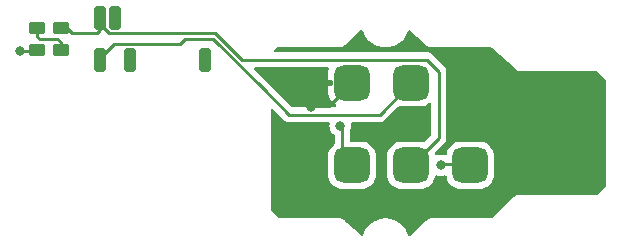
<source format=gtl>
%TF.GenerationSoftware,KiCad,Pcbnew,(6.0.1)*%
%TF.CreationDate,2022-03-08T01:07:32-07:00*%
%TF.ProjectId,MShaw_PICO_4gbNandExtensionQSB_V2.5,4d536861-775f-4504-9943-4f5f3467624e,rev?*%
%TF.SameCoordinates,Original*%
%TF.FileFunction,Copper,L1,Top*%
%TF.FilePolarity,Positive*%
%FSLAX46Y46*%
G04 Gerber Fmt 4.6, Leading zero omitted, Abs format (unit mm)*
G04 Created by KiCad (PCBNEW (6.0.1)) date 2022-03-08 01:07:32*
%MOMM*%
%LPD*%
G01*
G04 APERTURE LIST*
G04 Aperture macros list*
%AMRoundRect*
0 Rectangle with rounded corners*
0 $1 Rounding radius*
0 $2 $3 $4 $5 $6 $7 $8 $9 X,Y pos of 4 corners*
0 Add a 4 corners polygon primitive as box body*
4,1,4,$2,$3,$4,$5,$6,$7,$8,$9,$2,$3,0*
0 Add four circle primitives for the rounded corners*
1,1,$1+$1,$2,$3*
1,1,$1+$1,$4,$5*
1,1,$1+$1,$6,$7*
1,1,$1+$1,$8,$9*
0 Add four rect primitives between the rounded corners*
20,1,$1+$1,$2,$3,$4,$5,0*
20,1,$1+$1,$4,$5,$6,$7,0*
20,1,$1+$1,$6,$7,$8,$9,0*
20,1,$1+$1,$8,$9,$2,$3,0*%
G04 Aperture macros list end*
%TA.AperFunction,SMDPad,CuDef*%
%ADD10RoundRect,0.250000X0.450000X-0.262500X0.450000X0.262500X-0.450000X0.262500X-0.450000X-0.262500X0*%
%TD*%
%TA.AperFunction,ComponentPad*%
%ADD11RoundRect,0.250000X0.250000X-0.750000X0.250000X0.750000X-0.250000X0.750000X-0.250000X-0.750000X0*%
%TD*%
%TA.AperFunction,SMDPad,CuDef*%
%ADD12RoundRect,0.750000X0.750000X-0.750000X0.750000X0.750000X-0.750000X0.750000X-0.750000X-0.750000X0*%
%TD*%
%TA.AperFunction,ViaPad*%
%ADD13C,0.800000*%
%TD*%
%TA.AperFunction,Conductor*%
%ADD14C,0.250000*%
%TD*%
G04 APERTURE END LIST*
D10*
%TO.P,R1,1*%
%TO.N,Net-(D1-Pad2)*%
X128260000Y-98212500D03*
%TO.P,R1,2*%
%TO.N,+5V*%
X128260000Y-96387500D03*
%TD*%
D11*
%TO.P,J3,1,Pin_1*%
%TO.N,+5V*%
X131570000Y-95500000D03*
%TO.P,J3,2,Pin_2*%
%TO.N,Net-(J2-Pad3)*%
X132840000Y-95500000D03*
%TD*%
D12*
%TO.P,J4,3,Pin_3*%
%TO.N,Net-(J2-Pad3)*%
X152910000Y-108000000D03*
%TO.P,J4,4,Pin_4*%
%TO.N,GND*%
X152910000Y-101000000D03*
%TO.P,J4,5,Pin_5*%
%TO.N,+5V*%
X157910000Y-108000000D03*
%TO.P,J4,6,Pin_6*%
%TO.N,Net-(J1-Pad1)*%
X157910000Y-101000000D03*
%TO.P,J4,7,Pin_7*%
%TO.N,Net-(J1-Pad8)*%
X162910000Y-108000000D03*
%TD*%
D10*
%TO.P,D1,1,K*%
%TO.N,GND*%
X126260000Y-98212500D03*
%TO.P,D1,2,A*%
%TO.N,Net-(D1-Pad2)*%
X126260000Y-96387500D03*
%TD*%
D11*
%TO.P,J1,1,Pin_1*%
%TO.N,Net-(J1-Pad1)*%
X131570000Y-99050000D03*
%TO.P,J1,3,Pin_3*%
%TO.N,GND*%
X134110000Y-99050000D03*
%TO.P,J1,8,Pin_8*%
%TO.N,Net-(J1-Pad8)*%
X140460000Y-99050000D03*
%TD*%
D13*
%TO.N,GND*%
X149750000Y-109250000D03*
X124760000Y-98300000D03*
X167290000Y-109210000D03*
X157850000Y-97170000D03*
X163500000Y-99500000D03*
X149450000Y-103070000D03*
X155350000Y-105420000D03*
%TO.N,Net-(J2-Pad3)*%
X151910000Y-104640000D03*
%TO.N,Net-(J1-Pad8)*%
X160410000Y-108000000D03*
%TD*%
D14*
%TO.N,+5V*%
X131570000Y-96540000D02*
X131570000Y-96042494D01*
X128760000Y-96387500D02*
X129172500Y-96800000D01*
X159265080Y-99055480D02*
X160270000Y-100060400D01*
X143561916Y-99055480D02*
X159265080Y-99055480D01*
X132353946Y-96826440D02*
X141332875Y-96826440D01*
X131570000Y-96042494D02*
X132353946Y-96826440D01*
X129172500Y-96800000D02*
X131310000Y-96800000D01*
X160270000Y-105680000D02*
X158070000Y-107880000D01*
X141332875Y-96826440D02*
X143561916Y-99055480D01*
X160270000Y-100060400D02*
X160270000Y-105680000D01*
X131310000Y-96800000D02*
X131570000Y-96540000D01*
%TO.N,GND*%
X124760000Y-98300000D02*
X126172500Y-98300000D01*
X151000000Y-102950000D02*
X149610000Y-102950000D01*
X126172500Y-98300000D02*
X126260000Y-98212500D01*
X153070000Y-100880000D02*
X151000000Y-102950000D01*
%TO.N,Net-(J2-Pad3)*%
X152070000Y-106880000D02*
X152070000Y-104520000D01*
X153070000Y-107880000D02*
X152070000Y-106880000D01*
%TO.N,Net-(J1-Pad8)*%
X160570000Y-107880000D02*
X163070000Y-107880000D01*
%TO.N,Net-(J1-Pad1)*%
X158070000Y-100880000D02*
X155250000Y-103700000D01*
X132769500Y-97725480D02*
X131570000Y-98924980D01*
X147565718Y-103700000D02*
X145352859Y-101487141D01*
X145352859Y-101482141D02*
X141146678Y-97275960D01*
X155250000Y-103700000D02*
X147565718Y-103700000D01*
X141146678Y-97275960D02*
X138784040Y-97275960D01*
X138334520Y-97725480D02*
X132769500Y-97725480D01*
X145352859Y-101487141D02*
X145352859Y-101482141D01*
X138784040Y-97275960D02*
X138334520Y-97725480D01*
%TO.N,Net-(D1-Pad2)*%
X126460000Y-97300000D02*
X126260000Y-97100000D01*
X128260000Y-98212500D02*
X128260000Y-97600000D01*
X127960000Y-97300000D02*
X126460000Y-97300000D01*
X126260000Y-97100000D02*
X126260000Y-96387500D01*
X128260000Y-97600000D02*
X127960000Y-97300000D01*
%TD*%
%TA.AperFunction,Conductor*%
%TO.N,GND*%
G36*
X157828399Y-96549798D02*
G01*
X157855627Y-96569120D01*
X158449785Y-97122683D01*
X159162861Y-97787039D01*
X159201799Y-97823317D01*
X159206164Y-97827882D01*
X159209160Y-97832631D01*
X159258557Y-97876257D01*
X159261000Y-97878474D01*
X159280400Y-97896548D01*
X159284083Y-97899110D01*
X159285962Y-97900626D01*
X159290240Y-97904238D01*
X159318228Y-97928956D01*
X159335525Y-97937077D01*
X159353922Y-97947694D01*
X159369604Y-97958603D01*
X159403804Y-97970063D01*
X159417301Y-97975471D01*
X159449948Y-97990799D01*
X159458821Y-97992180D01*
X159458823Y-97992181D01*
X159468819Y-97993737D01*
X159489462Y-97998763D01*
X159507579Y-98004834D01*
X159516548Y-98005182D01*
X159516551Y-98005183D01*
X159543611Y-98006234D01*
X159550759Y-98006927D01*
X159550763Y-98006876D01*
X159555611Y-98007251D01*
X159560423Y-98008000D01*
X159586641Y-98008000D01*
X159591532Y-98008095D01*
X159644013Y-98010134D01*
X159644016Y-98010134D01*
X159652984Y-98010482D01*
X159660749Y-98008535D01*
X159671092Y-98008000D01*
X164700397Y-98008000D01*
X164768518Y-98028002D01*
X164786294Y-98041817D01*
X166751780Y-99873293D01*
X166756158Y-99877872D01*
X166759160Y-99882631D01*
X166765888Y-99888573D01*
X166808501Y-99926207D01*
X166810992Y-99928467D01*
X166830370Y-99946524D01*
X166834049Y-99949084D01*
X166835980Y-99950642D01*
X166840254Y-99954251D01*
X166856317Y-99968437D01*
X166868228Y-99978956D01*
X166876352Y-99982770D01*
X166876353Y-99982771D01*
X166879716Y-99984350D01*
X166885500Y-99987065D01*
X166903905Y-99997687D01*
X166919570Y-100008586D01*
X166928081Y-100011439D01*
X166928082Y-100011439D01*
X166953787Y-100020054D01*
X166967287Y-100025465D01*
X166999948Y-100040799D01*
X167018800Y-100043734D01*
X167039453Y-100048765D01*
X167049028Y-100051974D01*
X167049030Y-100051974D01*
X167057541Y-100054827D01*
X167076961Y-100055583D01*
X167093600Y-100056231D01*
X167100757Y-100056925D01*
X167100761Y-100056876D01*
X167105613Y-100057251D01*
X167110423Y-100058000D01*
X167136611Y-100058000D01*
X167141511Y-100058095D01*
X167193975Y-100060137D01*
X167193976Y-100060137D01*
X167202946Y-100060486D01*
X167210725Y-100058536D01*
X167221097Y-100058000D01*
X173647389Y-100058000D01*
X173715510Y-100078002D01*
X173736485Y-100094905D01*
X174365096Y-100723517D01*
X174399121Y-100785829D01*
X174402000Y-100812612D01*
X174402000Y-109787388D01*
X174381998Y-109855509D01*
X174365096Y-109876483D01*
X173736485Y-110505095D01*
X173674172Y-110539120D01*
X173647389Y-110542000D01*
X167022070Y-110542000D01*
X167010375Y-110541456D01*
X167006361Y-110541082D01*
X166997632Y-110538990D01*
X166988670Y-110539432D01*
X166988667Y-110539432D01*
X166939736Y-110541847D01*
X166933526Y-110542000D01*
X166913523Y-110542000D01*
X166909087Y-110542635D01*
X166909076Y-110542636D01*
X166907171Y-110542909D01*
X166895520Y-110544029D01*
X166852295Y-110546162D01*
X166841100Y-110550044D01*
X166817680Y-110555726D01*
X166805955Y-110557405D01*
X166797781Y-110561121D01*
X166797779Y-110561122D01*
X166766572Y-110575311D01*
X166755703Y-110579656D01*
X166723291Y-110590895D01*
X166723289Y-110590896D01*
X166714811Y-110593836D01*
X166707497Y-110599038D01*
X166707496Y-110599039D01*
X166705154Y-110600705D01*
X166684281Y-110612726D01*
X166673490Y-110617633D01*
X166666689Y-110623493D01*
X166640702Y-110645884D01*
X166631497Y-110653098D01*
X166627682Y-110655812D01*
X166627678Y-110655815D01*
X166623703Y-110658643D01*
X166609811Y-110672188D01*
X166604106Y-110677417D01*
X166570055Y-110706757D01*
X166570051Y-110706762D01*
X166563253Y-110712619D01*
X166558372Y-110720149D01*
X166552469Y-110726916D01*
X166552090Y-110726585D01*
X166544414Y-110735949D01*
X165697623Y-111561571D01*
X164781188Y-112455096D01*
X164780039Y-112456216D01*
X164717301Y-112489450D01*
X164692078Y-112492000D01*
X159680940Y-112492000D01*
X159674645Y-112491636D01*
X159669217Y-112490204D01*
X159627018Y-112491327D01*
X159603419Y-112491955D01*
X159600067Y-112492000D01*
X159573523Y-112492000D01*
X159569081Y-112492636D01*
X159566657Y-112492809D01*
X159561063Y-112493082D01*
X159541909Y-112493592D01*
X159532730Y-112493836D01*
X159532729Y-112493836D01*
X159523754Y-112494075D01*
X159505565Y-112499923D01*
X159484862Y-112504697D01*
X159474839Y-112506132D01*
X159474835Y-112506133D01*
X159465955Y-112507405D01*
X159457789Y-112511118D01*
X159457785Y-112511119D01*
X159433137Y-112522326D01*
X159419556Y-112527577D01*
X159412198Y-112529943D01*
X159385224Y-112538616D01*
X159369405Y-112549336D01*
X159350875Y-112559729D01*
X159333490Y-112567633D01*
X159326692Y-112573490D01*
X159326691Y-112573491D01*
X159306168Y-112591175D01*
X159300466Y-112595540D01*
X159300498Y-112595581D01*
X159296707Y-112598602D01*
X159292668Y-112601339D01*
X159289103Y-112604661D01*
X159289096Y-112604666D01*
X159273481Y-112619214D01*
X159269844Y-112622473D01*
X159223253Y-112662619D01*
X159218899Y-112669336D01*
X159211692Y-112676782D01*
X157865627Y-113930880D01*
X157802151Y-113962681D01*
X157731559Y-113955116D01*
X157676263Y-113910587D01*
X157661012Y-113880886D01*
X157597504Y-113702194D01*
X157596064Y-113698141D01*
X157469683Y-113454238D01*
X157311268Y-113229814D01*
X157308329Y-113226667D01*
X157126706Y-113032196D01*
X157126701Y-113032191D01*
X157123769Y-113029052D01*
X156910680Y-112855691D01*
X156675969Y-112712961D01*
X156672022Y-112711247D01*
X156672019Y-112711245D01*
X156427961Y-112605235D01*
X156427959Y-112605234D01*
X156424010Y-112603519D01*
X156419869Y-112602359D01*
X156419867Y-112602358D01*
X156282676Y-112563919D01*
X156159494Y-112529405D01*
X155887351Y-112492000D01*
X155612649Y-112492000D01*
X155340506Y-112529405D01*
X155217324Y-112563919D01*
X155080133Y-112602358D01*
X155080131Y-112602359D01*
X155075990Y-112603519D01*
X155072041Y-112605234D01*
X155072039Y-112605235D01*
X154827981Y-112711245D01*
X154827978Y-112711247D01*
X154824031Y-112712961D01*
X154589320Y-112855691D01*
X154376231Y-113029052D01*
X154373299Y-113032191D01*
X154373294Y-113032196D01*
X154191671Y-113226667D01*
X154188732Y-113229814D01*
X154030317Y-113454238D01*
X153903936Y-113698141D01*
X153902496Y-113702194D01*
X153838988Y-113880886D01*
X153797328Y-113938375D01*
X153731201Y-113964215D01*
X153661601Y-113950202D01*
X153634373Y-113930880D01*
X152477936Y-112853455D01*
X152288200Y-112676682D01*
X152283836Y-112672118D01*
X152280840Y-112667369D01*
X152231443Y-112623743D01*
X152228983Y-112621511D01*
X152228302Y-112620876D01*
X152209600Y-112603452D01*
X152205917Y-112600890D01*
X152204038Y-112599374D01*
X152199749Y-112595753D01*
X152171772Y-112571044D01*
X152154475Y-112562923D01*
X152136078Y-112552306D01*
X152120396Y-112541397D01*
X152086196Y-112529937D01*
X152072699Y-112524529D01*
X152040052Y-112509201D01*
X152031179Y-112507820D01*
X152031177Y-112507819D01*
X152021181Y-112506263D01*
X152000538Y-112501237D01*
X151982421Y-112495166D01*
X151973452Y-112494818D01*
X151973449Y-112494817D01*
X151946389Y-112493766D01*
X151939241Y-112493073D01*
X151939237Y-112493124D01*
X151934389Y-112492749D01*
X151929577Y-112492000D01*
X151903359Y-112492000D01*
X151898468Y-112491905D01*
X151845987Y-112489866D01*
X151845984Y-112489866D01*
X151837016Y-112489518D01*
X151829251Y-112491465D01*
X151818908Y-112492000D01*
X146772612Y-112492000D01*
X146704491Y-112471998D01*
X146683517Y-112455096D01*
X146054905Y-111826485D01*
X146020880Y-111764172D01*
X146018000Y-111737389D01*
X146018000Y-103352376D01*
X146038002Y-103284255D01*
X146091658Y-103237762D01*
X146161932Y-103227658D01*
X146226512Y-103257152D01*
X146233095Y-103263281D01*
X147062061Y-104092247D01*
X147069605Y-104100537D01*
X147073718Y-104107018D01*
X147079495Y-104112443D01*
X147123385Y-104153658D01*
X147126227Y-104156413D01*
X147145948Y-104176134D01*
X147149143Y-104178612D01*
X147158165Y-104186318D01*
X147190397Y-104216586D01*
X147197346Y-104220406D01*
X147208150Y-104226346D01*
X147224674Y-104237199D01*
X147240677Y-104249613D01*
X147281261Y-104267176D01*
X147291891Y-104272383D01*
X147330658Y-104293695D01*
X147338335Y-104295666D01*
X147338340Y-104295668D01*
X147350276Y-104298732D01*
X147368984Y-104305137D01*
X147387573Y-104313181D01*
X147395401Y-104314421D01*
X147395408Y-104314423D01*
X147431242Y-104320099D01*
X147442862Y-104322505D01*
X147474677Y-104330673D01*
X147485688Y-104333500D01*
X147505942Y-104333500D01*
X147525652Y-104335051D01*
X147545661Y-104338220D01*
X147553553Y-104337474D01*
X147572298Y-104335702D01*
X147589680Y-104334059D01*
X147601537Y-104333500D01*
X150888773Y-104333500D01*
X150956894Y-104353502D01*
X151003387Y-104407158D01*
X151014083Y-104472670D01*
X150996496Y-104640000D01*
X151016458Y-104829928D01*
X151075473Y-105011556D01*
X151170960Y-105176944D01*
X151298747Y-105318866D01*
X151362803Y-105365406D01*
X151384561Y-105381214D01*
X151427915Y-105437437D01*
X151436500Y-105483150D01*
X151436500Y-106154263D01*
X151416498Y-106222384D01*
X151382410Y-106257728D01*
X151354081Y-106277417D01*
X151354080Y-106277418D01*
X151349473Y-106280620D01*
X151190620Y-106439473D01*
X151062409Y-106623945D01*
X150968890Y-106828206D01*
X150913022Y-107045800D01*
X150911055Y-107069987D01*
X150904190Y-107154391D01*
X150901500Y-107187458D01*
X150901500Y-108812542D01*
X150901707Y-108815082D01*
X150901707Y-108815092D01*
X150904486Y-108849251D01*
X150913022Y-108954200D01*
X150968890Y-109171794D01*
X151062409Y-109376055D01*
X151190620Y-109560527D01*
X151349473Y-109719380D01*
X151533945Y-109847591D01*
X151738206Y-109941110D01*
X151955800Y-109996978D01*
X152009705Y-110001362D01*
X152094908Y-110008293D01*
X152094918Y-110008293D01*
X152097458Y-110008500D01*
X153722542Y-110008500D01*
X153725082Y-110008293D01*
X153725092Y-110008293D01*
X153810295Y-110001362D01*
X153864200Y-109996978D01*
X154081794Y-109941110D01*
X154286055Y-109847591D01*
X154470527Y-109719380D01*
X154629380Y-109560527D01*
X154757591Y-109376055D01*
X154851110Y-109171794D01*
X154906978Y-108954200D01*
X154915514Y-108849251D01*
X154918293Y-108815092D01*
X154918293Y-108815082D01*
X154918500Y-108812542D01*
X154918500Y-107187458D01*
X154915811Y-107154391D01*
X154908945Y-107069987D01*
X154906978Y-107045800D01*
X154851110Y-106828206D01*
X154757591Y-106623945D01*
X154629380Y-106439473D01*
X154470527Y-106280620D01*
X154286055Y-106152409D01*
X154081794Y-106058890D01*
X153864200Y-106003022D01*
X153810295Y-105998638D01*
X153725092Y-105991707D01*
X153725082Y-105991707D01*
X153722542Y-105991500D01*
X152829500Y-105991500D01*
X152761379Y-105971498D01*
X152714886Y-105917842D01*
X152703500Y-105865500D01*
X152703500Y-105116378D01*
X152720381Y-105053378D01*
X152741223Y-105017279D01*
X152741224Y-105017278D01*
X152744527Y-105011556D01*
X152803542Y-104829928D01*
X152823504Y-104640000D01*
X152805917Y-104472670D01*
X152818689Y-104402832D01*
X152867191Y-104350985D01*
X152931227Y-104333500D01*
X155171233Y-104333500D01*
X155182416Y-104334027D01*
X155189909Y-104335702D01*
X155197835Y-104335453D01*
X155197836Y-104335453D01*
X155257986Y-104333562D01*
X155261945Y-104333500D01*
X155289856Y-104333500D01*
X155293791Y-104333003D01*
X155293856Y-104332995D01*
X155305693Y-104332062D01*
X155337951Y-104331048D01*
X155341970Y-104330922D01*
X155349889Y-104330673D01*
X155369343Y-104325021D01*
X155388700Y-104321013D01*
X155400930Y-104319468D01*
X155400931Y-104319468D01*
X155408797Y-104318474D01*
X155416168Y-104315555D01*
X155416170Y-104315555D01*
X155449912Y-104302196D01*
X155461142Y-104298351D01*
X155495983Y-104288229D01*
X155495984Y-104288229D01*
X155503593Y-104286018D01*
X155510412Y-104281985D01*
X155510417Y-104281983D01*
X155521028Y-104275707D01*
X155538776Y-104267012D01*
X155557617Y-104259552D01*
X155577987Y-104244753D01*
X155593387Y-104233564D01*
X155603307Y-104227048D01*
X155634535Y-104208580D01*
X155634538Y-104208578D01*
X155641362Y-104204542D01*
X155655683Y-104190221D01*
X155670717Y-104177380D01*
X155672432Y-104176134D01*
X155687107Y-104165472D01*
X155715298Y-104131395D01*
X155723288Y-104122616D01*
X156819941Y-103025963D01*
X156882253Y-102991937D01*
X156940373Y-102993017D01*
X156950611Y-102995646D01*
X156950614Y-102995647D01*
X156955800Y-102996978D01*
X157034803Y-103003404D01*
X157094908Y-103008293D01*
X157094918Y-103008293D01*
X157097458Y-103008500D01*
X158722542Y-103008500D01*
X158725082Y-103008293D01*
X158725092Y-103008293D01*
X158810295Y-103001362D01*
X158864200Y-102996978D01*
X158879628Y-102993017D01*
X159076361Y-102942505D01*
X159076362Y-102942505D01*
X159081794Y-102941110D01*
X159286055Y-102847591D01*
X159438589Y-102741577D01*
X159505943Y-102719124D01*
X159574743Y-102736650D01*
X159623146Y-102788589D01*
X159636500Y-102845042D01*
X159636500Y-105365406D01*
X159616498Y-105433527D01*
X159599595Y-105454501D01*
X159063715Y-105990381D01*
X159001403Y-106024407D01*
X158943285Y-106023327D01*
X158869396Y-106004355D01*
X158869384Y-106004353D01*
X158864200Y-106003022D01*
X158785197Y-105996596D01*
X158725092Y-105991707D01*
X158725082Y-105991707D01*
X158722542Y-105991500D01*
X157097458Y-105991500D01*
X157094918Y-105991707D01*
X157094908Y-105991707D01*
X157009705Y-105998638D01*
X156955800Y-106003022D01*
X156738206Y-106058890D01*
X156533945Y-106152409D01*
X156349473Y-106280620D01*
X156190620Y-106439473D01*
X156062409Y-106623945D01*
X155968890Y-106828206D01*
X155913022Y-107045800D01*
X155911055Y-107069987D01*
X155904190Y-107154391D01*
X155901500Y-107187458D01*
X155901500Y-108812542D01*
X155901707Y-108815082D01*
X155901707Y-108815092D01*
X155904486Y-108849251D01*
X155913022Y-108954200D01*
X155968890Y-109171794D01*
X156062409Y-109376055D01*
X156190620Y-109560527D01*
X156349473Y-109719380D01*
X156533945Y-109847591D01*
X156738206Y-109941110D01*
X156955800Y-109996978D01*
X157009705Y-110001362D01*
X157094908Y-110008293D01*
X157094918Y-110008293D01*
X157097458Y-110008500D01*
X158722542Y-110008500D01*
X158725082Y-110008293D01*
X158725092Y-110008293D01*
X158810295Y-110001362D01*
X158864200Y-109996978D01*
X159081794Y-109941110D01*
X159286055Y-109847591D01*
X159470527Y-109719380D01*
X159629380Y-109560527D01*
X159757591Y-109376055D01*
X159851110Y-109171794D01*
X159906978Y-108954200D01*
X159907413Y-108948849D01*
X159908299Y-108943569D01*
X159910719Y-108943975D01*
X159932928Y-108887235D01*
X159990441Y-108845609D01*
X160061329Y-108841685D01*
X160083816Y-108849251D01*
X160121677Y-108866108D01*
X160121685Y-108866111D01*
X160127712Y-108868794D01*
X160214470Y-108887235D01*
X160308056Y-108907128D01*
X160308061Y-108907128D01*
X160314513Y-108908500D01*
X160505487Y-108908500D01*
X160511939Y-108907128D01*
X160511944Y-108907128D01*
X160605530Y-108887235D01*
X160692288Y-108868794D01*
X160698315Y-108866111D01*
X160698323Y-108866108D01*
X160736184Y-108849251D01*
X160806551Y-108839817D01*
X160870848Y-108869924D01*
X160908661Y-108930013D01*
X160911169Y-108943658D01*
X160911701Y-108943569D01*
X160912587Y-108948849D01*
X160913022Y-108954200D01*
X160968890Y-109171794D01*
X161062409Y-109376055D01*
X161190620Y-109560527D01*
X161349473Y-109719380D01*
X161533945Y-109847591D01*
X161738206Y-109941110D01*
X161955800Y-109996978D01*
X162009705Y-110001362D01*
X162094908Y-110008293D01*
X162094918Y-110008293D01*
X162097458Y-110008500D01*
X163722542Y-110008500D01*
X163725082Y-110008293D01*
X163725092Y-110008293D01*
X163810295Y-110001362D01*
X163864200Y-109996978D01*
X164081794Y-109941110D01*
X164286055Y-109847591D01*
X164470527Y-109719380D01*
X164629380Y-109560527D01*
X164757591Y-109376055D01*
X164851110Y-109171794D01*
X164906978Y-108954200D01*
X164915514Y-108849251D01*
X164918293Y-108815092D01*
X164918293Y-108815082D01*
X164918500Y-108812542D01*
X164918500Y-107187458D01*
X164915811Y-107154391D01*
X164908945Y-107069987D01*
X164906978Y-107045800D01*
X164851110Y-106828206D01*
X164757591Y-106623945D01*
X164629380Y-106439473D01*
X164470527Y-106280620D01*
X164286055Y-106152409D01*
X164081794Y-106058890D01*
X163864200Y-106003022D01*
X163810295Y-105998638D01*
X163725092Y-105991707D01*
X163725082Y-105991707D01*
X163722542Y-105991500D01*
X162097458Y-105991500D01*
X162094918Y-105991707D01*
X162094908Y-105991707D01*
X162009705Y-105998638D01*
X161955800Y-106003022D01*
X161738206Y-106058890D01*
X161533945Y-106152409D01*
X161349473Y-106280620D01*
X161190620Y-106439473D01*
X161062409Y-106623945D01*
X160968890Y-106828206D01*
X160913022Y-107045800D01*
X160912587Y-107051151D01*
X160911701Y-107056431D01*
X160909281Y-107056025D01*
X160887072Y-107112765D01*
X160829559Y-107154391D01*
X160758671Y-107158315D01*
X160736184Y-107150749D01*
X160698323Y-107133892D01*
X160698315Y-107133889D01*
X160692288Y-107131206D01*
X160598888Y-107111353D01*
X160511944Y-107092872D01*
X160511939Y-107092872D01*
X160505487Y-107091500D01*
X160314513Y-107091500D01*
X160308061Y-107092872D01*
X160308056Y-107092872D01*
X160221112Y-107111353D01*
X160127712Y-107131206D01*
X160121685Y-107133889D01*
X160121677Y-107133892D01*
X160083816Y-107150749D01*
X160013449Y-107160183D01*
X159949152Y-107130076D01*
X159911339Y-107069987D01*
X159908831Y-107056342D01*
X159908299Y-107056431D01*
X159907413Y-107051150D01*
X159906978Y-107045800D01*
X159905644Y-107040604D01*
X159905642Y-107040591D01*
X159903017Y-107030367D01*
X159905451Y-106959412D01*
X159935964Y-106909941D01*
X160662253Y-106183652D01*
X160670539Y-106176112D01*
X160677018Y-106172000D01*
X160723644Y-106122348D01*
X160726398Y-106119507D01*
X160746135Y-106099770D01*
X160748615Y-106096573D01*
X160756320Y-106087551D01*
X160781159Y-106061100D01*
X160786586Y-106055321D01*
X160790405Y-106048375D01*
X160790407Y-106048372D01*
X160796348Y-106037566D01*
X160807199Y-106021047D01*
X160814758Y-106011301D01*
X160819614Y-106005041D01*
X160822759Y-105997772D01*
X160822762Y-105997768D01*
X160837174Y-105964463D01*
X160842391Y-105953813D01*
X160863695Y-105915060D01*
X160868733Y-105895437D01*
X160875137Y-105876734D01*
X160880033Y-105865420D01*
X160880033Y-105865419D01*
X160883181Y-105858145D01*
X160884420Y-105850322D01*
X160884423Y-105850312D01*
X160890099Y-105814476D01*
X160892505Y-105802856D01*
X160901528Y-105767711D01*
X160901528Y-105767710D01*
X160903500Y-105760030D01*
X160903500Y-105739776D01*
X160905051Y-105720065D01*
X160906980Y-105707886D01*
X160908220Y-105700057D01*
X160904059Y-105656038D01*
X160903500Y-105644181D01*
X160903500Y-100139163D01*
X160904027Y-100127979D01*
X160905701Y-100120491D01*
X160903562Y-100052432D01*
X160903500Y-100048475D01*
X160903500Y-100020544D01*
X160902994Y-100016538D01*
X160902061Y-100004692D01*
X160901253Y-99978956D01*
X160900673Y-99960510D01*
X160895022Y-99941058D01*
X160891014Y-99921706D01*
X160889468Y-99909468D01*
X160889467Y-99909466D01*
X160888474Y-99901603D01*
X160872194Y-99860486D01*
X160868359Y-99849285D01*
X160856018Y-99806806D01*
X160851985Y-99799987D01*
X160851983Y-99799982D01*
X160845707Y-99789371D01*
X160837010Y-99771621D01*
X160829552Y-99752783D01*
X160803571Y-99717023D01*
X160797053Y-99707101D01*
X160778578Y-99675860D01*
X160778574Y-99675855D01*
X160774542Y-99669037D01*
X160760218Y-99654713D01*
X160747376Y-99639678D01*
X160735472Y-99623293D01*
X160701406Y-99595111D01*
X160692627Y-99587122D01*
X159768732Y-98663227D01*
X159761192Y-98654941D01*
X159757080Y-98648462D01*
X159707428Y-98601836D01*
X159704587Y-98599082D01*
X159684850Y-98579345D01*
X159681653Y-98576865D01*
X159672631Y-98569160D01*
X159646180Y-98544321D01*
X159640401Y-98538894D01*
X159633455Y-98535075D01*
X159633452Y-98535073D01*
X159622646Y-98529132D01*
X159606127Y-98518281D01*
X159605663Y-98517921D01*
X159590121Y-98505866D01*
X159582852Y-98502721D01*
X159582848Y-98502718D01*
X159549543Y-98488306D01*
X159538893Y-98483089D01*
X159500140Y-98461785D01*
X159480517Y-98456747D01*
X159461814Y-98450343D01*
X159450500Y-98445447D01*
X159450499Y-98445447D01*
X159443225Y-98442299D01*
X159435402Y-98441060D01*
X159435392Y-98441057D01*
X159399556Y-98435381D01*
X159387936Y-98432975D01*
X159352791Y-98423952D01*
X159352790Y-98423952D01*
X159345110Y-98421980D01*
X159324856Y-98421980D01*
X159305145Y-98420429D01*
X159292966Y-98418500D01*
X159285137Y-98417260D01*
X159277245Y-98418006D01*
X159241119Y-98421421D01*
X159229261Y-98421980D01*
X146410630Y-98421980D01*
X146342509Y-98401978D01*
X146296016Y-98348322D01*
X146285912Y-98278048D01*
X146315406Y-98213468D01*
X146321535Y-98206885D01*
X146483515Y-98044905D01*
X146545827Y-98010879D01*
X146572610Y-98008000D01*
X151809052Y-98008000D01*
X151815352Y-98008364D01*
X151820783Y-98009797D01*
X151829762Y-98009558D01*
X151886601Y-98008045D01*
X151889954Y-98008000D01*
X151916477Y-98008000D01*
X151920910Y-98007365D01*
X151923336Y-98007192D01*
X151928939Y-98006918D01*
X151957270Y-98006164D01*
X151957271Y-98006164D01*
X151966245Y-98005925D01*
X151974791Y-98003177D01*
X151974793Y-98003177D01*
X151984432Y-98000078D01*
X152005130Y-97995304D01*
X152007893Y-97994908D01*
X152024045Y-97992595D01*
X152032211Y-97988882D01*
X152032218Y-97988880D01*
X152056866Y-97977673D01*
X152070451Y-97972420D01*
X152070588Y-97972376D01*
X152104776Y-97961384D01*
X152120595Y-97950664D01*
X152139125Y-97940271D01*
X152156510Y-97932367D01*
X152183836Y-97908822D01*
X152189534Y-97904460D01*
X152189502Y-97904419D01*
X152193293Y-97901398D01*
X152197332Y-97898661D01*
X152200897Y-97895339D01*
X152200904Y-97895334D01*
X152216519Y-97880786D01*
X152220161Y-97877522D01*
X152259946Y-97843241D01*
X152266747Y-97837381D01*
X152271101Y-97830664D01*
X152278308Y-97823218D01*
X153624373Y-96569120D01*
X153687849Y-96537319D01*
X153758441Y-96544884D01*
X153813737Y-96589413D01*
X153828988Y-96619114D01*
X153893936Y-96801859D01*
X154020317Y-97045762D01*
X154178732Y-97270186D01*
X154181670Y-97273332D01*
X154181671Y-97273333D01*
X154363294Y-97467804D01*
X154363299Y-97467809D01*
X154366231Y-97470948D01*
X154579320Y-97644309D01*
X154814031Y-97787039D01*
X154817978Y-97788753D01*
X154817981Y-97788755D01*
X155059104Y-97893490D01*
X155065990Y-97896481D01*
X155070131Y-97897641D01*
X155070133Y-97897642D01*
X155159576Y-97922703D01*
X155330506Y-97970595D01*
X155602649Y-98008000D01*
X155877351Y-98008000D01*
X156149494Y-97970595D01*
X156320424Y-97922703D01*
X156409867Y-97897642D01*
X156409869Y-97897641D01*
X156414010Y-97896481D01*
X156420896Y-97893490D01*
X156662019Y-97788755D01*
X156662022Y-97788753D01*
X156665969Y-97787039D01*
X156900680Y-97644309D01*
X157113769Y-97470948D01*
X157116701Y-97467809D01*
X157116706Y-97467804D01*
X157298329Y-97273333D01*
X157298330Y-97273332D01*
X157301268Y-97270186D01*
X157459683Y-97045762D01*
X157586064Y-96801859D01*
X157651012Y-96619114D01*
X157692672Y-96561625D01*
X157758799Y-96535785D01*
X157828399Y-96549798D01*
G37*
%TD.AperFunction*%
%TA.AperFunction,Conductor*%
G36*
X150910837Y-99708982D02*
G01*
X150957330Y-99762638D01*
X150967434Y-99832912D01*
X150964757Y-99846315D01*
X150914853Y-100040678D01*
X150913082Y-100051234D01*
X150902207Y-100184930D01*
X150902000Y-100190036D01*
X150902000Y-100727885D01*
X150906475Y-100743124D01*
X150907865Y-100744329D01*
X150915548Y-100746000D01*
X151134000Y-100746000D01*
X151202121Y-100766002D01*
X151248614Y-100819658D01*
X151260000Y-100872000D01*
X151260000Y-101128000D01*
X151239998Y-101196121D01*
X151186342Y-101242614D01*
X151134000Y-101254000D01*
X150920116Y-101254000D01*
X150904877Y-101258475D01*
X150903672Y-101259865D01*
X150902001Y-101267548D01*
X150902001Y-101809961D01*
X150902209Y-101815071D01*
X150913082Y-101948767D01*
X150914852Y-101959320D01*
X150967967Y-102166185D01*
X150971701Y-102176731D01*
X151060510Y-102370705D01*
X151066046Y-102380412D01*
X151187803Y-102555597D01*
X151194976Y-102564176D01*
X151345824Y-102715024D01*
X151354403Y-102722197D01*
X151519633Y-102837035D01*
X151564155Y-102892337D01*
X151571710Y-102962930D01*
X151539901Y-103026402D01*
X151478826Y-103062601D01*
X151447723Y-103066500D01*
X147880313Y-103066500D01*
X147812192Y-103046498D01*
X147791218Y-103029595D01*
X145874694Y-101113071D01*
X145864231Y-101101204D01*
X145861436Y-101097601D01*
X145857401Y-101090778D01*
X145843077Y-101076454D01*
X145830235Y-101061419D01*
X145818331Y-101045034D01*
X145784265Y-101016852D01*
X145775486Y-101008863D01*
X144670698Y-99904075D01*
X144636672Y-99841763D01*
X144641737Y-99770948D01*
X144684284Y-99714112D01*
X144750804Y-99689301D01*
X144759793Y-99688980D01*
X150842716Y-99688980D01*
X150910837Y-99708982D01*
G37*
%TD.AperFunction*%
%TD*%
M02*

</source>
